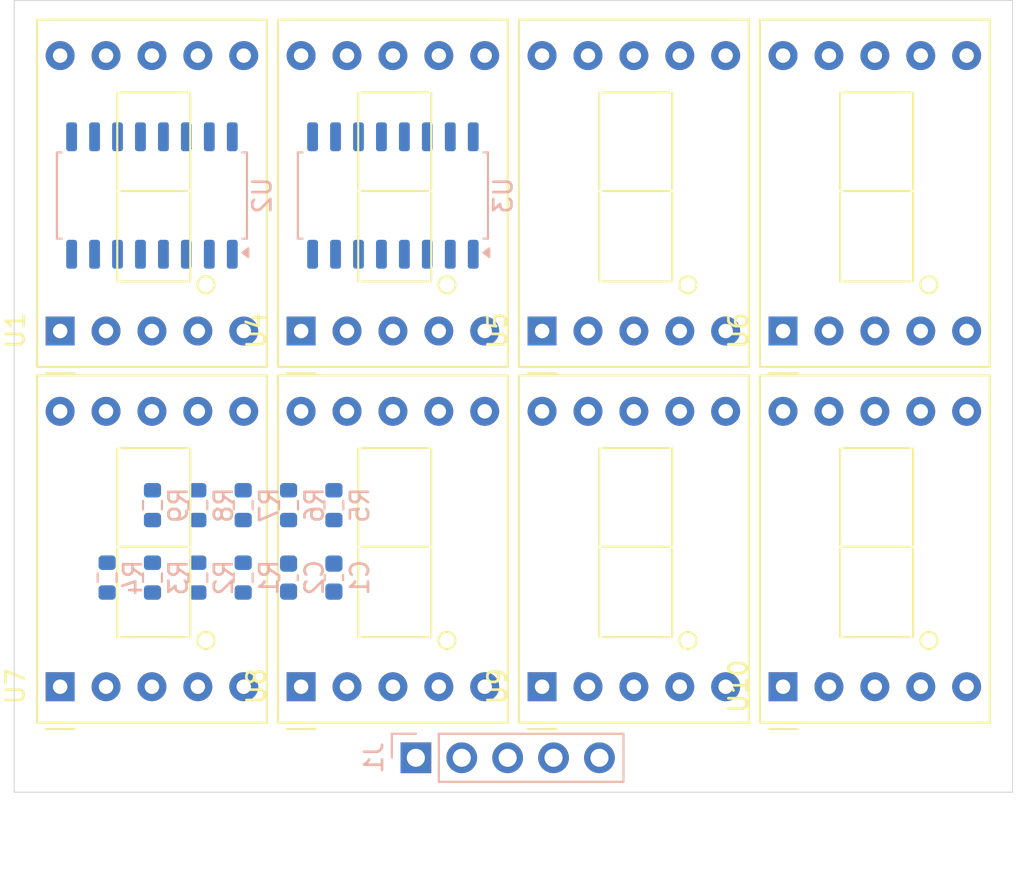
<source format=kicad_pcb>
(kicad_pcb (version 20240108) (generator "pcbnew") (generator_version "8.0")
  (layers (0 "F.Cu" signal) (31 "B.Cu" signal) (34 "B.Paste" user) (35 "F.Paste" user) (36 "B.SilkS" user "B.Silkscreen") (37 "F.SilkS" user "F.Silkscreen") (38 "B.Mask" user) (39 "F.Mask" user) (44 "Edge.Cuts" user))
  (net 0 "")
  (net 1 "C0")
  (net 2 "SER")
  (net 3 "GND")
  (net 4 "VCC")
  (net 5 "A")
  (net 6 "Net-(U2-QA)")
  (net 7 "Net-(U2-QB)")
  (net 8 "B")
  (net 9 "C")
  (net 10 "Net-(U2-QC)")
  (net 11 "D")
  (net 12 "Net-(U2-QD)")
  (net 13 "Net-(U2-QE)")
  (net 14 "E")
  (net 15 "F")
  (net 16 "Net-(U2-QF)")
  (net 17 "G")
  (net 18 "Net-(U2-QG)")
  (net 19 "DP")
  (net 20 "Net-(U2-QH)")
  (net 21 "SRCLK")
  (net 22 "C1")
  (net 23 "C2")
  (net 24 "C3")
  (net 25 "C4")
  (net 26 "C5")
  (net 27 "C6")
  (net 28 "C7")
  (net 29 "OE#")
  (net 30 "RCLK")
  (net 31 "Net-(U2-QH')")
  (footprint "Display_7Segment:D1X8K" (layer "F.Cu") (at 87.935 117.6575 90)
    (property "Reference" "U8" (at 0.03 -2.48 90) (layer "F.SilkS"))
    (property "Value" "D168K")
    (fp_line (start 17.23 -1.28) (end -1.99 -1.28) (stroke (width 0.12)) (layer "F.SilkS"))
    (fp_line (start 17.23 -1.28) (end 17.23 11.44) (stroke (width 0.12)) (layer "F.SilkS"))
    (fp_line (start -1.99 -1.28) (end -1.99 11.44) (stroke (width 0.12)) (layer "F.SilkS"))
    (fp_line (start -2.34 -0.8) (end -2.34 0.81) (stroke (width 0.12)) (layer "F.SilkS"))
    (fp_line (start 13.1832 3.1594) (end 7.8238 3.1594) (stroke (width 0.12)) (layer "F.SilkS"))
    (fp_line (start 7.646 3.1594) (end 2.7438 3.1594) (stroke (width 0.12)) (layer "F.SilkS"))
    (fp_line (start 13.2086 3.3372) (end 13.2086 7.0202) (stroke (width 0.12)) (layer "F.SilkS"))
    (fp_line (start 7.7476 3.3372) (end 7.7476 7.0202) (stroke (width 0.12)) (layer "F.SilkS"))
    (fp_line (start 2.7438 3.3372) (end 2.7438 7.0202) (stroke (width 0.12)) (layer "F.SilkS"))
    (fp_line (start 13.1832 7.198) (end 7.8238 7.198) (stroke (width 0.12)) (layer "F.SilkS"))
    (fp_line (start 7.646 7.198) (end 2.7438 7.198) (stroke (width 0.12)) (layer "F.SilkS"))
    (fp_line (start 17.23 11.44) (end -1.99 11.44) (stroke (width 0.12)) (layer "F.SilkS"))
    (fp_circle (center 2.557533 8.07) (end 2.836933 7.689) (stroke (width 0.12)) (fill none) (layer "F.SilkS"))
    (pad "1" thru_hole rect (at 0 0) (size 1.6 1.6) (drill 0.8) (layers "*.Cu" "*.Mask") (net 14 "E"))
    (pad "2" thru_hole circle (at 0 2.54) (size 1.6 1.6) (drill 0.8) (layers "*.Cu" "*.Mask") (net 11 "D"))
    (pad "3" thru_hole circle (at 0 5.08) (size 1.6 1.6) (drill 0.8) (layers "*.Cu" "*.Mask") (net 26 "C5"))
    (pad "4" thru_hole circle (at 0 7.62) (size 1.6 1.6) (drill 0.8) (layers "*.Cu" "*.Mask") (net 9 "C"))
    (pad "5" thru_hole circle (at 0 10.16) (size 1.6 1.6) (drill 0.8) (layers "*.Cu" "*.Mask") (net 19 "DP"))
    (pad "6" thru_hole circle (at 15.24 10.16) (size 1.6 1.6) (drill 0.8) (layers "*.Cu" "*.Mask") (net 8 "B"))
    (pad "7" thru_hole circle (at 15.24 7.62) (size 1.6 1.6) (drill 0.8) (layers "*.Cu" "*.Mask") (net 5 "A"))
    (pad "8" thru_hole circle (at 15.24 5.08) (size 1.6 1.6) (drill 0.8) (layers "*.Cu" "*.Mask") (net 26 "C5"))
    (pad "9" thru_hole circle (at 15.24 2.54) (size 1.6 1.6) (drill 0.8) (layers "*.Cu" "*.Mask") (net 15 "F"))
    (pad "10" thru_hole circle (at 15.24 0) (size 1.6 1.6) (drill 0.8) (layers "*.Cu" "*.Mask") (net 17 "G"))
  )
  (footprint "Display_7Segment:D1X8K" (layer "F.Cu") (at 114.605 97.9725 90)
    (property "Reference" "U6" (at 0.03 -2.48 90) (layer "F.SilkS"))
    (property "Value" "D168K")
    (fp_line (start 17.23 -1.28) (end -1.99 -1.28) (stroke (width 0.12)) (layer "F.SilkS"))
    (fp_line (start 17.23 -1.28) (end 17.23 11.44) (stroke (width 0.12)) (layer "F.SilkS"))
    (fp_line (start -1.99 -1.28) (end -1.99 11.44) (stroke (width 0.12)) (layer "F.SilkS"))
    (fp_line (start -2.34 -0.8) (end -2.34 0.81) (stroke (width 0.12)) (layer "F.SilkS"))
    (fp_line (start 13.1832 3.1594) (end 7.8238 3.1594) (stroke (width 0.12)) (layer "F.SilkS"))
    (fp_line (start 7.646 3.1594) (end 2.7438 3.1594) (stroke (width 0.12)) (layer "F.SilkS"))
    (fp_line (start 13.2086 3.3372) (end 13.2086 7.0202) (stroke (width 0.12)) (layer "F.SilkS"))
    (fp_line (start 7.7476 3.3372) (end 7.7476 7.0202) (stroke (width 0.12)) (layer "F.SilkS"))
    (fp_line (start 2.7438 3.3372) (end 2.7438 7.0202) (stroke (width 0.12)) (layer "F.SilkS"))
    (fp_line (start 13.1832 7.198) (end 7.8238 7.198) (stroke (width 0.12)) (layer "F.SilkS"))
    (fp_line (start 7.646 7.198) (end 2.7438 7.198) (stroke (width 0.12)) (layer "F.SilkS"))
    (fp_line (start 17.23 11.44) (end -1.99 11.44) (stroke (width 0.12)) (layer "F.SilkS"))
    (fp_circle (center 2.557533 8.07) (end 2.836933 7.689) (stroke (width 0.12)) (fill none) (layer "F.SilkS"))
    (pad "1" thru_hole rect (at 0 0) (size 1.6 1.6) (drill 0.8) (layers "*.Cu" "*.Mask") (net 14 "E"))
    (pad "2" thru_hole circle (at 0 2.54) (size 1.6 1.6) (drill 0.8) (layers "*.Cu" "*.Mask") (net 11 "D"))
    (pad "3" thru_hole circle (at 0 5.08) (size 1.6 1.6) (drill 0.8) (layers "*.Cu" "*.Mask") (net 24 "C3"))
    (pad "4" thru_hole circle (at 0 7.62) (size 1.6 1.6) (drill 0.8) (layers "*.Cu" "*.Mask") (net 9 "C"))
    (pad "5" thru_hole circle (at 0 10.16) (size 1.6 1.6) (drill 0.8) (layers "*.Cu" "*.Mask") (net 19 "DP"))
    (pad "6" thru_hole circle (at 15.24 10.16) (size 1.6 1.6) (drill 0.8) (layers "*.Cu" "*.Mask") (net 8 "B"))
    (pad "7" thru_hole circle (at 15.24 7.62) (size 1.6 1.6) (drill 0.8) (layers "*.Cu" "*.Mask") (net 5 "A"))
    (pad "8" thru_hole circle (at 15.24 5.08) (size 1.6 1.6) (drill 0.8) (layers "*.Cu" "*.Mask") (net 24 "C3"))
    (pad "9" thru_hole circle (at 15.24 2.54) (size 1.6 1.6) (drill 0.8) (layers "*.Cu" "*.Mask") (net 15 "F"))
    (pad "10" thru_hole circle (at 15.24 0) (size 1.6 1.6) (drill 0.8) (layers "*.Cu" "*.Mask") (net 17 "G"))
  )
  (footprint "Display_7Segment:D1X8K" (layer "F.Cu") (at 74.6 117.6575 90)
    (property "Reference" "U7" (at 0.03 -2.48 90) (layer "F.SilkS"))
    (property "Value" "D168K")
    (fp_line (start 17.23 -1.28) (end -1.99 -1.28) (stroke (width 0.12)) (layer "F.SilkS"))
    (fp_line (start 17.23 -1.28) (end 17.23 11.44) (stroke (width 0.12)) (layer "F.SilkS"))
    (fp_line (start -1.99 -1.28) (end -1.99 11.44) (stroke (width 0.12)) (layer "F.SilkS"))
    (fp_line (start -2.34 -0.8) (end -2.34 0.81) (stroke (width 0.12)) (layer "F.SilkS"))
    (fp_line (start 13.1832 3.1594) (end 7.8238 3.1594) (stroke (width 0.12)) (layer "F.SilkS"))
    (fp_line (start 7.646 3.1594) (end 2.7438 3.1594) (stroke (width 0.12)) (layer "F.SilkS"))
    (fp_line (start 13.2086 3.3372) (end 13.2086 7.0202) (stroke (width 0.12)) (layer "F.SilkS"))
    (fp_line (start 7.7476 3.3372) (end 7.7476 7.0202) (stroke (width 0.12)) (layer "F.SilkS"))
    (fp_line (start 2.7438 3.3372) (end 2.7438 7.0202) (stroke (width 0.12)) (layer "F.SilkS"))
    (fp_line (start 13.1832 7.198) (end 7.8238 7.198) (stroke (width 0.12)) (layer "F.SilkS"))
    (fp_line (start 7.646 7.198) (end 2.7438 7.198) (stroke (width 0.12)) (layer "F.SilkS"))
    (fp_line (start 17.23 11.44) (end -1.99 11.44) (stroke (width 0.12)) (layer "F.SilkS"))
    (fp_circle (center 2.557533 8.07) (end 2.836933 7.689) (stroke (width 0.12)) (fill none) (layer "F.SilkS"))
    (pad "1" thru_hole rect (at 0 0) (size 1.6 1.6) (drill 0.8) (layers "*.Cu" "*.Mask") (net 14 "E"))
    (pad "2" thru_hole circle (at 0 2.54) (size 1.6 1.6) (drill 0.8) (layers "*.Cu" "*.Mask") (net 11 "D"))
    (pad "3" thru_hole circle (at 0 5.08) (size 1.6 1.6) (drill 0.8) (layers "*.Cu" "*.Mask") (net 25 "C4"))
    (pad "4" thru_hole circle (at 0 7.62) (size 1.6 1.6) (drill 0.8) (layers "*.Cu" "*.Mask") (net 9 "C"))
    (pad "5" thru_hole circle (at 0 10.16) (size 1.6 1.6) (drill 0.8) (layers "*.Cu" "*.Mask") (net 19 "DP"))
    (pad "6" thru_hole circle (at 15.24 10.16) (size 1.6 1.6) (drill 0.8) (layers "*.Cu" "*.Mask") (net 8 "B"))
    (pad "7" thru_hole circle (at 15.24 7.62) (size 1.6 1.6) (drill 0.8) (layers "*.Cu" "*.Mask") (net 5 "A"))
    (pad "8" thru_hole circle (at 15.24 5.08) (size 1.6 1.6) (drill 0.8) (layers "*.Cu" "*.Mask") (net 25 "C4"))
    (pad "9" thru_hole circle (at 15.24 2.54) (size 1.6 1.6) (drill 0.8) (layers "*.Cu" "*.Mask") (net 15 "F"))
    (pad "10" thru_hole circle (at 15.24 0) (size 1.6 1.6) (drill 0.8) (layers "*.Cu" "*.Mask") (net 17 "G"))
  )
  (footprint "Display_7Segment:D1X8K" (layer "F.Cu") (at 87.935 97.9725 90)
    (property "Reference" "U4" (at 0.03 -2.48 90) (layer "F.SilkS"))
    (property "Value" "D168K")
    (fp_line (start 17.23 -1.28) (end -1.99 -1.28) (stroke (width 0.12)) (layer "F.SilkS"))
    (fp_line (start 17.23 -1.28) (end 17.23 11.44) (stroke (width 0.12)) (layer "F.SilkS"))
    (fp_line (start -1.99 -1.28) (end -1.99 11.44) (stroke (width 0.12)) (layer "F.SilkS"))
    (fp_line (start -2.34 -0.8) (end -2.34 0.81) (stroke (width 0.12)) (layer "F.SilkS"))
    (fp_line (start 13.1832 3.1594) (end 7.8238 3.1594) (stroke (width 0.12)) (layer "F.SilkS"))
    (fp_line (start 7.646 3.1594) (end 2.7438 3.1594) (stroke (width 0.12)) (layer "F.SilkS"))
    (fp_line (start 13.2086 3.3372) (end 13.2086 7.0202) (stroke (width 0.12)) (layer "F.SilkS"))
    (fp_line (start 7.7476 3.3372) (end 7.7476 7.0202) (stroke (width 0.12)) (layer "F.SilkS"))
    (fp_line (start 2.7438 3.3372) (end 2.7438 7.0202) (stroke (width 0.12)) (layer "F.SilkS"))
    (fp_line (start 13.1832 7.198) (end 7.8238 7.198) (stroke (width 0.12)) (layer "F.SilkS"))
    (fp_line (start 7.646 7.198) (end 2.7438 7.198) (stroke (width 0.12)) (layer "F.SilkS"))
    (fp_line (start 17.23 11.44) (end -1.99 11.44) (stroke (width 0.12)) (layer "F.SilkS"))
    (fp_circle (center 2.557533 8.07) (end 2.836933 7.689) (stroke (width 0.12)) (fill none) (layer "F.SilkS"))
    (pad "1" thru_hole rect (at 0 0) (size 1.6 1.6) (drill 0.8) (layers "*.Cu" "*.Mask") (net 14 "E"))
    (pad "2" thru_hole circle (at 0 2.54) (size 1.6 1.6) (drill 0.8) (layers "*.Cu" "*.Mask") (net 11 "D"))
    (pad "3" thru_hole circle (at 0 5.08) (size 1.6 1.6) (drill 0.8) (layers "*.Cu" "*.Mask") (net 22 "C1"))
    (pad "4" thru_hole circle (at 0 7.62) (size 1.6 1.6) (drill 0.8) (layers "*.Cu" "*.Mask") (net 9 "C"))
    (pad "5" thru_hole circle (at 0 10.16) (size 1.6 1.6) (drill 0.8) (layers "*.Cu" "*.Mask") (net 19 "DP"))
    (pad "6" thru_hole circle (at 15.24 10.16) (size 1.6 1.6) (drill 0.8) (layers "*.Cu" "*.Mask") (net 8 "B"))
    (pad "7" thru_hole circle (at 15.24 7.62) (size 1.6 1.6) (drill 0.8) (layers "*.Cu" "*.Mask") (net 5 "A"))
    (pad "8" thru_hole circle (at 15.24 5.08) (size 1.6 1.6) (drill 0.8) (layers "*.Cu" "*.Mask") (net 22 "C1"))
    (pad "9" thru_hole circle (at 15.24 2.54) (size 1.6 1.6) (drill 0.8) (layers "*.Cu" "*.Mask") (net 15 "F"))
    (pad "10" thru_hole circle (at 15.24 0) (size 1.6 1.6) (drill 0.8) (layers "*.Cu" "*.Mask") (net 17 "G"))
  )
  (footprint "Display_7Segment:D1X8K" (layer "F.Cu") (at 114.605 117.6575 90)
    (property "Reference" "U10" (at 0.03 -2.48 90) (layer "F.SilkS"))
    (property "Value" "D168K")
    (fp_line (start 17.23 -1.28) (end -1.99 -1.28) (stroke (width 0.12)) (layer "F.SilkS"))
    (fp_line (start 17.23 -1.28) (end 17.23 11.44) (stroke (width 0.12)) (layer "F.SilkS"))
    (fp_line (start -1.99 -1.28) (end -1.99 11.44) (stroke (width 0.12)) (layer "F.SilkS"))
    (fp_line (start -2.34 -0.8) (end -2.34 0.81) (stroke (width 0.12)) (layer "F.SilkS"))
    (fp_line (start 13.1832 3.1594) (end 7.8238 3.1594) (stroke (width 0.12)) (layer "F.SilkS"))
    (fp_line (start 7.646 3.1594) (end 2.7438 3.1594) (stroke (width 0.12)) (layer "F.SilkS"))
    (fp_line (start 13.2086 3.3372) (end 13.2086 7.0202) (stroke (width 0.12)) (layer "F.SilkS"))
    (fp_line (start 7.7476 3.3372) (end 7.7476 7.0202) (stroke (width 0.12)) (layer "F.SilkS"))
    (fp_line (start 2.7438 3.3372) (end 2.7438 7.0202) (stroke (width 0.12)) (layer "F.SilkS"))
    (fp_line (start 13.1832 7.198) (end 7.8238 7.198) (stroke (width 0.12)) (layer "F.SilkS"))
    (fp_line (start 7.646 7.198) (end 2.7438 7.198) (stroke (width 0.12)) (layer "F.SilkS"))
    (fp_line (start 17.23 11.44) (end -1.99 11.44) (stroke (width 0.12)) (layer "F.SilkS"))
    (fp_circle (center 2.557533 8.07) (end 2.836933 7.689) (stroke (width 0.12)) (fill none) (layer "F.SilkS"))
    (pad "1" thru_hole rect (at 0 0) (size 1.6 1.6) (drill 0.8) (layers "*.Cu" "*.Mask") (net 14 "E"))
    (pad "2" thru_hole circle (at 0 2.54) (size 1.6 1.6) (drill 0.8) (layers "*.Cu" "*.Mask") (net 11 "D"))
    (pad "3" thru_hole circle (at 0 5.08) (size 1.6 1.6) (drill 0.8) (layers "*.Cu" "*.Mask") (net 28 "C7"))
    (pad "4" thru_hole circle (at 0 7.62) (size 1.6 1.6) (drill 0.8) (layers "*.Cu" "*.Mask") (net 9 "C"))
    (pad "5" thru_hole circle (at 0 10.16) (size 1.6 1.6) (drill 0.8) (layers "*.Cu" "*.Mask") (net 19 "DP"))
    (pad "6" thru_hole circle (at 15.24 10.16) (size 1.6 1.6) (drill 0.8) (layers "*.Cu" "*.Mask") (net 8 "B"))
    (pad "7" thru_hole circle (at 15.24 7.62) (size 1.6 1.6) (drill 0.8) (layers "*.Cu" "*.Mask") (net 5 "A"))
    (pad "8" thru_hole circle (at 15.24 5.08) (size 1.6 1.6) (drill 0.8) (layers "*.Cu" "*.Mask") (net 28 "C7"))
    (pad "9" thru_hole circle (at 15.24 2.54) (size 1.6 1.6) (drill 0.8) (layers "*.Cu" "*.Mask") (net 15 "F"))
    (pad "10" thru_hole circle (at 15.24 0) (size 1.6 1.6) (drill 0.8) (layers "*.Cu" "*.Mask") (net 17 "G"))
  )
  (footprint "Display_7Segment:D1X8K" (layer "F.Cu") (at 101.27 117.6575 90)
    (property "Reference" "U9" (at 0.03 -2.48 90) (layer "F.SilkS"))
    (property "Value" "D168K")
    (fp_line (start 17.23 -1.28) (end -1.99 -1.28) (stroke (width 0.12)) (layer "F.SilkS"))
    (fp_line (start 17.23 -1.28) (end 17.23 11.44) (stroke (width 0.12)) (layer "F.SilkS"))
    (fp_line (start -1.99 -1.28) (end -1.99 11.44) (stroke (width 0.12)) (layer "F.SilkS"))
    (fp_line (start -2.34 -0.8) (end -2.34 0.81) (stroke (width 0.12)) (layer "F.SilkS"))
    (fp_line (start 13.1832 3.1594) (end 7.8238 3.1594) (stroke (width 0.12)) (layer "F.SilkS"))
    (fp_line (start 7.646 3.1594) (end 2.7438 3.1594) (stroke (width 0.12)) (layer "F.SilkS"))
    (fp_line (start 13.2086 3.3372) (end 13.2086 7.0202) (stroke (width 0.12)) (layer "F.SilkS"))
    (fp_line (start 7.7476 3.3372) (end 7.7476 7.0202) (stroke (width 0.12)) (layer "F.SilkS"))
    (fp_line (start 2.7438 3.3372) (end 2.7438 7.0202) (stroke (width 0.12)) (layer "F.SilkS"))
    (fp_line (start 13.1832 7.198) (end 7.8238 7.198) (stroke (width 0.12)) (layer "F.SilkS"))
    (fp_line (start 7.646 7.198) (end 2.7438 7.198) (stroke (width 0.12)) (layer "F.SilkS"))
    (fp_line (start 17.23 11.44) (end -1.99 11.44) (stroke (width 0.12)) (layer "F.SilkS"))
    (fp_circle (center 2.557533 8.07) (end 2.836933 7.689) (stroke (width 0.12)) (fill none) (layer "F.SilkS"))
    (pad "1" thru_hole rect (at 0 0) (size 1.6 1.6) (drill 0.8) (layers "*.Cu" "*.Mask") (net 14 "E"))
    (pad "2" thru_hole circle (at 0 2.54) (size 1.6 1.6) (drill 0.8) (layers "*.Cu" "*.Mask") (net 11 "D"))
    (pad "3" thru_hole circle (at 0 5.08) (size 1.6 1.6) (drill 0.8) (layers "*.Cu" "*.Mask") (net 27 "C6"))
    (pad "4" thru_hole circle (at 0 7.62) (size 1.6 1.6) (drill 0.8) (layers "*.Cu" "*.Mask") (net 9 "C"))
    (pad "5" thru_hole circle (at 0 10.16) (size 1.6 1.6) (drill 0.8) (layers "*.Cu" "*.Mask") (net 19 "DP"))
    (pad "6" thru_hole circle (at 15.24 10.16) (size 1.6 1.6) (drill 0.8) (layers "*.Cu" "*.Mask") (net 8 "B"))
    (pad "7" thru_hole circle (at 15.24 7.62) (size 1.6 1.6) (drill 0.8) (layers "*.Cu" "*.Mask") (net 5 "A"))
    (pad "8" thru_hole circle (at 15.24 5.08) (size 1.6 1.6) (drill 0.8) (layers "*.Cu" "*.Mask") (net 27 "C6"))
    (pad "9" thru_hole circle (at 15.24 2.54) (size 1.6 1.6) (drill 0.8) (layers "*.Cu" "*.Mask") (net 15 "F"))
    (pad "10" thru_hole circle (at 15.24 0) (size 1.6 1.6) (drill 0.8) (layers "*.Cu" "*.Mask") (net 17 "G"))
  )
  (footprint "Display_7Segment:D1X8K" (layer "F.Cu") (at 101.27 97.9725 90)
    (property "Reference" "U5" (at 0.03 -2.48 90) (layer "F.SilkS"))
    (property "Value" "D168K")
    (fp_line (start 17.23 -1.28) (end -1.99 -1.28) (stroke (width 0.12)) (layer "F.SilkS"))
    (fp_line (start 17.23 -1.28) (end 17.23 11.44) (stroke (width 0.12)) (layer "F.SilkS"))
    (fp_line (start -1.99 -1.28) (end -1.99 11.44) (stroke (width 0.12)) (layer "F.SilkS"))
    (fp_line (start -2.34 -0.8) (end -2.34 0.81) (stroke (width 0.12)) (layer "F.SilkS"))
    (fp_line (start 13.1832 3.1594) (end 7.8238 3.1594) (stroke (width 0.12)) (layer "F.SilkS"))
    (fp_line (start 7.646 3.1594) (end 2.7438 3.1594) (stroke (width 0.12)) (layer "F.SilkS"))
    (fp_line (start 13.2086 3.3372) (end 13.2086 7.0202) (stroke (width 0.12)) (layer "F.SilkS"))
    (fp_line (start 7.7476 3.3372) (end 7.7476 7.0202) (stroke (width 0.12)) (layer "F.SilkS"))
    (fp_line (start 2.7438 3.3372) (end 2.7438 7.0202) (stroke (width 0.12)) (layer "F.SilkS"))
    (fp_line (start 13.1832 7.198) (end 7.8238 7.198) (stroke (width 0.12)) (layer "F.SilkS"))
    (fp_line (start 7.646 7.198) (end 2.7438 7.198) (stroke (width 0.12)) (layer "F.SilkS"))
    (fp_line (start 17.23 11.44) (end -1.99 11.44) (stroke (width 0.12)) (layer "F.SilkS"))
    (fp_circle (center 2.557533 8.07) (end 2.836933 7.689) (stroke (width 0.12)) (fill none) (layer "F.SilkS"))
    (pad "1" thru_hole rect (at 0 0) (size 1.6 1.6) (drill 0.8) (layers "*.Cu" "*.Mask") (net 14 "E"))
    (pad "2" thru_hole circle (at 0 2.54) (size 1.6 1.6) (drill 0.8) (layers "*.Cu" "*.Mask") (net 11 "D"))
    (pad "3" thru_hole circle (at 0 5.08) (size 1.6 1.6) (drill 0.8) (layers "*.Cu" "*.Mask") (net 23 "C2"))
    (pad "4" thru_hole circle (at 0 7.62) (size 1.6 1.6) (drill 0.8) (layers "*.Cu" "*.Mask") (net 9 "C"))
    (pad "5" thru_hole circle (at 0 10.16) (size 1.6 1.6) (drill 0.8) (layers "*.Cu" "*.Mask") (net 19 "DP"))
    (pad "6" thru_hole circle (at 15.24 10.16) (size 1.6 1.6) (drill 0.8) (layers "*.Cu" "*.Mask") (net 8 "B"))
    (pad "7" thru_hole circle (at 15.24 7.62) (size 1.6 1.6) (drill 0.8) (layers "*.Cu" "*.Mask") (net 5 "A"))
    (pad "8" thru_hole circle (at 15.24 5.08) (size 1.6 1.6) (drill 0.8) (layers "*.Cu" "*.Mask") (net 23 "C2"))
    (pad "9" thru_hole circle (at 15.24 2.54) (size 1.6 1.6) (drill 0.8) (layers "*.Cu" "*.Mask") (net 15 "F"))
    (pad "10" thru_hole circle (at 15.24 0) (size 1.6 1.6) (drill 0.8) (layers "*.Cu" "*.Mask") (net 17 "G"))
  )
  (footprint "Display_7Segment:D1X8K" (layer "F.Cu") (at 74.6 97.9725 90)
    (property "Reference" "U1" (at 0.03 -2.48 90) (layer "F.SilkS"))
    (property "Value" "D168K")
    (fp_line (start 17.23 -1.28) (end -1.99 -1.28) (stroke (width 0.12)) (layer "F.SilkS"))
    (fp_line (start 17.23 -1.28) (end 17.23 11.44) (stroke (width 0.12)) (layer "F.SilkS"))
    (fp_line (start -1.99 -1.28) (end -1.99 11.44) (stroke (width 0.12)) (layer "F.SilkS"))
    (fp_line (start -2.34 -0.8) (end -2.34 0.81) (stroke (width 0.12)) (layer "F.SilkS"))
    (fp_line (start 13.1832 3.1594) (end 7.8238 3.1594) (stroke (width 0.12)) (layer "F.SilkS"))
    (fp_line (start 7.646 3.1594) (end 2.7438 3.1594) (stroke (width 0.12)) (layer "F.SilkS"))
    (fp_line (start 13.2086 3.3372) (end 13.2086 7.0202) (stroke (width 0.12)) (layer "F.SilkS"))
    (fp_line (start 7.7476 3.3372) (end 7.7476 7.0202) (stroke (width 0.12)) (layer "F.SilkS"))
    (fp_line (start 2.7438 3.3372) (end 2.7438 7.0202) (stroke (width 0.12)) (layer "F.SilkS"))
    (fp_line (start 13.1832 7.198) (end 7.8238 7.198) (stroke (width 0.12)) (layer "F.SilkS"))
    (fp_line (start 7.646 7.198) (end 2.7438 7.198) (stroke (width 0.12)) (layer "F.SilkS"))
    (fp_line (start 17.23 11.44) (end -1.99 11.44) (stroke (width 0.12)) (layer "F.SilkS"))
    (fp_circle (center 2.557533 8.07) (end 2.836933 7.689) (stroke (width 0.12)) (fill none) (layer "F.SilkS"))
    (pad "1" thru_hole rect (at 0 0) (size 1.6 1.6) (drill 0.8) (layers "*.Cu" "*.Mask") (net 14 "E"))
    (pad "2" thru_hole circle (at 0 2.54) (size 1.6 1.6) (drill 0.8) (layers "*.Cu" "*.Mask") (net 11 "D"))
    (pad "3" thru_hole circle (at 0 5.08) (size 1.6 1.6) (drill 0.8) (layers "*.Cu" "*.Mask") (net 1 "C0"))
    (pad "4" thru_hole circle (at 0 7.62) (size 1.6 1.6) (drill 0.8) (layers "*.Cu" "*.Mask") (net 9 "C"))
    (pad "5" thru_hole circle (at 0 10.16) (size 1.6 1.6) (drill 0.8) (layers "*.Cu" "*.Mask") (net 19 "DP"))
    (pad "6" thru_hole circle (at 15.24 10.16) (size 1.6 1.6) (drill 0.8) (layers "*.Cu" "*.Mask") (net 8 "B"))
    (pad "7" thru_hole circle (at 15.24 7.62) (size 1.6 1.6) (drill 0.8) (layers "*.Cu" "*.Mask") (net 5 "A"))
    (pad "8" thru_hole circle (at 15.24 5.08) (size 1.6 1.6) (drill 0.8) (layers "*.Cu" "*.Mask") (net 1 "C0"))
    (pad "9" thru_hole circle (at 15.24 2.54) (size 1.6 1.6) (drill 0.8) (layers "*.Cu" "*.Mask") (net 15 "F"))
    (pad "10" thru_hole circle (at 15.24 0) (size 1.6 1.6) (drill 0.8) (layers "*.Cu" "*.Mask") (net 17 "G"))
  )
  (footprint "Resistor_SMD:R_0603_1608Metric" (layer "B.Cu") (at 84.73 111.62 90)
    (property "Reference" "R1" (at 0 1.43 90) (layer "B.SilkS") (effects (justify mirror)))
    (property "Value" "1k")
    (fp_line (start 0.237258 -0.5225) (end -0.237258 -0.5225) (stroke (width 0.12)) (layer "B.SilkS"))
    (fp_line (start 0.237258 0.5225) (end -0.237258 0.5225) (stroke (width 0.12)) (layer "B.SilkS"))
    (pad "1" smd roundrect (at -0.825 0 90) (size 0.8 0.95) (layers "B.Cu" "B.Paste" "B.Mask") (net 6 "Net-(U2-QA)"))
    (pad "2" smd roundrect (at 0.825 0 90) (size 0.8 0.95) (layers "B.Cu" "B.Paste" "B.Mask") (net 5 "A"))
  )
  (footprint "Resistor_SMD:R_0603_1608Metric" (layer "B.Cu") (at 77.2 111.62 90)
    (property "Reference" "R4" (at 0 1.43 90) (layer "B.SilkS") (effects (justify mirror)))
    (property "Value" "1k")
    (fp_line (start 0.237258 -0.5225) (end -0.237258 -0.5225) (stroke (width 0.12)) (layer "B.SilkS"))
    (fp_line (start 0.237258 0.5225) (end -0.237258 0.5225) (stroke (width 0.12)) (layer "B.SilkS"))
    (pad "1" smd roundrect (at -0.825 0 90) (size 0.8 0.95) (layers "B.Cu" "B.Paste" "B.Mask") (net 12 "Net-(U2-QD)"))
    (pad "2" smd roundrect (at 0.825 0 90) (size 0.8 0.95) (layers "B.Cu" "B.Paste" "B.Mask") (net 11 "D"))
  )
  (footprint "Connector_PinHeader_2.54mm:PinHeader_1x05_P2.54mm_Vertical" (layer "B.Cu") (at 94.285 121.59 -90)
    (property "Reference" "J1" (at 0 2.33 90) (layer "B.SilkS") (effects (justify mirror)))
    (property "Value" "Conn_01x05_Pin")
    (fp_line (start -1.33 1.33) (end -1.33 0) (stroke (width 0.12)) (layer "B.SilkS"))
    (fp_line (start 0 1.33) (end -1.33 1.33) (stroke (width 0.12)) (layer "B.SilkS"))
    (fp_line (start 1.33 -1.27) (end -1.33 -1.27) (stroke (width 0.12)) (layer "B.SilkS"))
    (fp_line (start -1.33 -11.49) (end -1.33 -1.27) (stroke (width 0.12)) (layer "B.SilkS"))
    (fp_line (start 1.33 -11.49) (end 1.33 -1.27) (stroke (width 0.12)) (layer "B.SilkS"))
    (fp_line (start 1.33 -11.49) (end -1.33 -11.49) (stroke (width 0.12)) (layer "B.SilkS"))
    (pad "1" thru_hole rect (at 0 0 270) (size 1.7 1.7) (drill 1) (layers "*.Cu" "*.Mask") (net 4 "VCC"))
    (pad "2" thru_hole oval (at 0 -2.54 270) (size 1.7 1.7) (drill 1) (layers "*.Cu" "*.Mask") (net 21 "SRCLK"))
    (pad "3" thru_hole oval (at 0 -5.08 270) (size 1.7 1.7) (drill 1) (layers "*.Cu" "*.Mask") (net 30 "RCLK"))
    (pad "4" thru_hole oval (at 0 -7.62 270) (size 1.7 1.7) (drill 1) (layers "*.Cu" "*.Mask") (net 29 "OE#"))
    (pad "5" thru_hole oval (at 0 -10.16 270) (size 1.7 1.7) (drill 1) (layers "*.Cu" "*.Mask") (net 3 "GND"))
  )
  (footprint "Resistor_SMD:R_0603_1608Metric" (layer "B.Cu") (at 82.22 111.62 90)
    (property "Reference" "R2" (at 0 1.43 90) (layer "B.SilkS") (effects (justify mirror)))
    (property "Value" "1k")
    (fp_line (start 0.237258 -0.5225) (end -0.237258 -0.5225) (stroke (width 0.12)) (layer "B.SilkS"))
    (fp_line (start 0.237258 0.5225) (end -0.237258 0.5225) (stroke (width 0.12)) (layer "B.SilkS"))
    (pad "1" smd roundrect (at -0.825 0 90) (size 0.8 0.95) (layers "B.Cu" "B.Paste" "B.Mask") (net 7 "Net-(U2-QB)"))
    (pad "2" smd roundrect (at 0.825 0 90) (size 0.8 0.95) (layers "B.Cu" "B.Paste" "B.Mask") (net 8 "B"))
  )
  (footprint "Resistor_SMD:R_0603_1608Metric" (layer "B.Cu") (at 82.22 107.61 90)
    (property "Reference" "R8" (at 0 1.43 90) (layer "B.SilkS") (effects (justify mirror)))
    (property "Value" "1k")
    (fp_line (start 0.237258 -0.5225) (end -0.237258 -0.5225) (stroke (width 0.12)) (layer "B.SilkS"))
    (fp_line (start 0.237258 0.5225) (end -0.237258 0.5225) (stroke (width 0.12)) (layer "B.SilkS"))
    (pad "1" smd roundrect (at -0.825 0 90) (size 0.8 0.95) (layers "B.Cu" "B.Paste" "B.Mask") (net 20 "Net-(U2-QH)"))
    (pad "2" smd roundrect (at 0.825 0 90) (size 0.8 0.95) (layers "B.Cu" "B.Paste" "B.Mask") (net 19 "DP"))
  )
  (footprint "Resistor_SMD:R_0603_1608Metric" (layer "B.Cu") (at 84.73 107.61 90)
    (property "Reference" "R7" (at 0 1.43 90) (layer "B.SilkS") (effects (justify mirror)))
    (property "Value" "1k")
    (fp_line (start 0.237258 -0.5225) (end -0.237258 -0.5225) (stroke (width 0.12)) (layer "B.SilkS"))
    (fp_line (start 0.237258 0.5225) (end -0.237258 0.5225) (stroke (width 0.12)) (layer "B.SilkS"))
    (pad "1" smd roundrect (at -0.825 0 90) (size 0.8 0.95) (layers "B.Cu" "B.Paste" "B.Mask") (net 18 "Net-(U2-QG)"))
    (pad "2" smd roundrect (at 0.825 0 90) (size 0.8 0.95) (layers "B.Cu" "B.Paste" "B.Mask") (net 17 "G"))
  )
  (footprint "Resistor_SMD:R_0603_1608Metric" (layer "B.Cu") (at 89.75 107.61 90)
    (property "Reference" "R5" (at 0 1.43 90) (layer "B.SilkS") (effects (justify mirror)))
    (property "Value" "1k")
    (fp_line (start 0.237258 -0.5225) (end -0.237258 -0.5225) (stroke (width 0.12)) (layer "B.SilkS"))
    (fp_line (start 0.237258 0.5225) (end -0.237258 0.5225) (stroke (width 0.12)) (layer "B.SilkS"))
    (pad "1" smd roundrect (at -0.825 0 90) (size 0.8 0.95) (layers "B.Cu" "B.Paste" "B.Mask") (net 13 "Net-(U2-QE)"))
    (pad "2" smd roundrect (at 0.825 0 90) (size 0.8 0.95) (layers "B.Cu" "B.Paste" "B.Mask") (net 14 "E"))
  )
  (footprint "Resistor_SMD:R_0603_1608Metric" (layer "B.Cu") (at 87.24 107.61 90)
    (property "Reference" "R6" (at 0 1.43 90) (layer "B.SilkS") (effects (justify mirror)))
    (property "Value" "1k")
    (fp_line (start 0.237258 -0.5225) (end -0.237258 -0.5225) (stroke (width 0.12)) (layer "B.SilkS"))
    (fp_line (start 0.237258 0.5225) (end -0.237258 0.5225) (stroke (width 0.12)) (layer "B.SilkS"))
    (pad "1" smd roundrect (at -0.825 0 90) (size 0.8 0.95) (layers "B.Cu" "B.Paste" "B.Mask") (net 16 "Net-(U2-QF)"))
    (pad "2" smd roundrect (at 0.825 0 90) (size 0.8 0.95) (layers "B.Cu" "B.Paste" "B.Mask") (net 15 "F"))
  )
  (footprint "Resistor_SMD:R_0603_1608Metric" (layer "B.Cu") (at 79.71 107.61 90)
    (property "Reference" "R9" (at 0 1.43 90) (layer "B.SilkS") (effects (justify mirror)))
    (property "Value" "10k")
    (fp_line (start 0.237258 -0.5225) (end -0.237258 -0.5225) (stroke (width 0.12)) (layer "B.SilkS"))
    (fp_line (start 0.237258 0.5225) (end -0.237258 0.5225) (stroke (width 0.12)) (layer "B.SilkS"))
    (pad "1" smd roundrect (at -0.825 0 90) (size 0.8 0.95) (layers "B.Cu" "B.Paste" "B.Mask") (net 2 "SER"))
    (pad "2" smd roundrect (at 0.825 0 90) (size 0.8 0.95) (layers "B.Cu" "B.Paste" "B.Mask") (net 21 "SRCLK"))
  )
  (footprint "Capacitor_SMD:C_0603_1608Metric" (layer "B.Cu") (at 87.24 111.62 90)
    (property "Reference" "C2" (at 0 1.43 90) (layer "B.SilkS") (effects (justify mirror)))
    (property "Value" "1u")
    (fp_line (start 0.14058 -0.51) (end -0.14058 -0.51) (stroke (width 0.12)) (layer "B.SilkS"))
    (fp_line (start 0.14058 0.51) (end -0.14058 0.51) (stroke (width 0.12)) (layer "B.SilkS"))
    (pad "1" smd roundrect (at -0.775 0 90) (size 0.9 0.95) (layers "B.Cu" "B.Paste" "B.Mask") (net 4 "VCC"))
    (pad "2" smd roundrect (at 0.775 0 90) (size 0.9 0.95) (layers "B.Cu" "B.Paste" "B.Mask") (net 3 "GND"))
  )
  (footprint "Package_SO:SOP-16_4.55x10.3mm_P1.27mm" (layer "B.Cu") (at 79.68 90.475 90)
    (property "Reference" "U2" (at 0 6.1 90) (layer "B.SilkS") (effects (justify mirror)))
    (property "Value" "74HC595")
    (fp_line (start 2.385 -5.26) (end 0 -5.26) (stroke (width 0.12)) (layer "B.SilkS"))
    (fp_line (start -2.385 -5.26) (end 0 -5.26) (stroke (width 0.12)) (layer "B.SilkS"))
    (fp_line (start 2.385 -5.005) (end 2.385 -5.26) (stroke (width 0.12)) (layer "B.SilkS"))
    (fp_line (start -2.385 -5.005) (end -2.385 -5.26) (stroke (width 0.12)) (layer "B.SilkS"))
    (fp_line (start 2.385 5.005) (end 2.385 5.26) (stroke (width 0.12)) (layer "B.SilkS"))
    (fp_line (start -2.385 5.005) (end -2.385 5.26) (stroke (width 0.12)) (layer "B.SilkS"))
    (fp_line (start 2.385 5.26) (end 0 5.26) (stroke (width 0.12)) (layer "B.SilkS"))
    (fp_line (start -2.385 5.26) (end 0 5.26) (stroke (width 0.12)) (layer "B.SilkS"))
    (fp_poly (pts (xy -3.1625 5.005) (xy -3.4025 5.335) (xy -2.9225 5.335) (xy -3.1625 5.005)) (stroke (width 0.12)) (fill solid) (layer "B.SilkS"))
    (pad "1" smd roundrect (at -3.25 4.445 90) (size 1.6 0.6) (layers "B.Cu" "B.Paste" "B.Mask") (net 7 "Net-(U2-QB)"))
    (pad "2" smd roundrect (at -3.25 3.175 90) (size 1.6 0.6) (layers "B.Cu" "B.Paste" "B.Mask") (net 10 "Net-(U2-QC)"))
    (pad "3" smd roundrect (at -3.25 1.905 90) (size 1.6 0.6) (layers "B.Cu" "B.Paste" "B.Mask") (net 12 "Net-(U2-QD)"))
    (pad "4" smd roundrect (at -3.25 0.635 90) (size 1.6 0.6) (layers "B.Cu" "B.Paste" "B.Mask") (net 13 "Net-(U2-QE)"))
    (pad "5" smd roundrect (at -3.25 -0.635 90) (size 1.6 0.6) (layers "B.Cu" "B.Paste" "B.Mask") (net 16 "Net-(U2-QF)"))
    (pad "6" smd roundrect (at -3.25 -1.905 90) (size 1.6 0.6) (layers "B.Cu" "B.Paste" "B.Mask") (net 18 "Net-(U2-QG)"))
    (pad "7" smd roundrect (at -3.25 -3.175 90) (size 1.6 0.6) (layers "B.Cu" "B.Paste" "B.Mask") (net 20 "Net-(U2-QH)"))
    (pad "8" smd roundrect (at -3.25 -4.445 90) (size 1.6 0.6) (layers "B.Cu" "B.Paste" "B.Mask") (net 3 "GND"))
    (pad "9" smd roundrect (at 3.25 -4.445 90) (size 1.6 0.6) (layers "B.Cu" "B.Paste" "B.Mask") (net 31 "Net-(U2-QH')"))
    (pad "10" smd roundrect (at 3.25 -3.175 90) (size 1.6 0.6) (layers "B.Cu" "B.Paste" "B.Mask") (net 4 "VCC"))
    (pad "11" smd roundrect (at 3.25 -1.905 90) (size 1.6 0.6) (layers "B.Cu" "B.Paste" "B.Mask") (net 21 "SRCLK"))
    (pad "12" smd roundrect (at 3.25 -0.635 90) (size 1.6 0.6) (layers "B.Cu" "B.Paste" "B.Mask") (net 30 "RCLK"))
    (pad "13" smd roundrect (at 3.25 0.635 90) (size 1.6 0.6) (layers "B.Cu" "B.Paste" "B.Mask") (net 29 "OE#"))
    (pad "14" smd roundrect (at 3.25 1.905 90) (size 1.6 0.6) (layers "B.Cu" "B.Paste" "B.Mask") (net 2 "SER"))
    (pad "15" smd roundrect (at 3.25 3.175 90) (size 1.6 0.6) (layers "B.Cu" "B.Paste" "B.Mask") (net 6 "Net-(U2-QA)"))
    (pad "16" smd roundrect (at 3.25 4.445 90) (size 1.6 0.6) (layers "B.Cu" "B.Paste" "B.Mask") (net 4 "VCC"))
  )
  (footprint "Package_SO:SOP-16_4.55x10.3mm_P1.27mm" (layer "B.Cu") (at 93.015 90.475 90)
    (property "Reference" "U3" (at 0 6.1 90) (layer "B.SilkS") (effects (justify mirror)))
    (property "Value" "74HC595")
    (fp_line (start 2.385 -5.26) (end 0 -5.26) (stroke (width 0.12)) (layer "B.SilkS"))
    (fp_line (start -2.385 -5.26) (end 0 -5.26) (stroke (width 0.12)) (layer "B.SilkS"))
    (fp_line (start 2.385 -5.005) (end 2.385 -5.26) (stroke (width 0.12)) (layer "B.SilkS"))
    (fp_line (start -2.385 -5.005) (end -2.385 -5.26) (stroke (width 0.12)) (layer "B.SilkS"))
    (fp_line (start 2.385 5.005) (end 2.385 5.26) (stroke (width 0.12)) (layer "B.SilkS"))
    (fp_line (start -2.385 5.005) (end -2.385 5.26) (stroke (width 0.12)) (layer "B.SilkS"))
    (fp_line (start 2.385 5.26) (end 0 5.26) (stroke (width 0.12)) (layer "B.SilkS"))
    (fp_line (start -2.385 5.26) (end 0 5.26) (stroke (width 0.12)) (layer "B.SilkS"))
    (fp_poly (pts (xy -3.1625 5.005) (xy -3.4025 5.335) (xy -2.9225 5.335) (xy -3.1625 5.005)) (stroke (width 0.12)) (fill solid) (layer "B.SilkS"))
    (pad "1" smd roundrect (at -3.25 4.445 90) (size 1.6 0.6) (layers "B.Cu" "B.Paste" "B.Mask") (net 22 "C1"))
    (pad "2" smd roundrect (at -3.25 3.175 90) (size 1.6 0.6) (layers "B.Cu" "B.Paste" "B.Mask") (net 23 "C2"))
    (pad "3" smd roundrect (at -3.25 1.905 90) (size 1.6 0.6) (layers "B.Cu" "B.Paste" "B.Mask") (net 24 "C3"))
    (pad "4" smd roundrect (at -3.25 0.635 90) (size 1.6 0.6) (layers "B.Cu" "B.Paste" "B.Mask") (net 25 "C4"))
    (pad "5" smd roundrect (at -3.25 -0.635 90) (size 1.6 0.6) (layers "B.Cu" "B.Paste" "B.Mask") (net 26 "C5"))
    (pad "6" smd roundrect (at -3.25 -1.905 90) (size 1.6 0.6) (layers "B.Cu" "B.Paste" "B.Mask") (net 27 "C6"))
    (pad "7" smd roundrect (at -3.25 -3.175 90) (size 1.6 0.6) (layers "B.Cu" "B.Paste" "B.Mask") (net 28 "C7"))
    (pad "8" smd roundrect (at -3.25 -4.445 90) (size 1.6 0.6) (layers "B.Cu" "B.Paste" "B.Mask") (net 3 "GND"))
    (pad "9" smd roundrect (at 3.25 -4.445 90) (size 1.6 0.6) (layers "B.Cu" "B.Paste" "B.Mask"))
    (pad "10" smd roundrect (at 3.25 -3.175 90) (size 1.6 0.6) (layers "B.Cu" "B.Paste" "B.Mask") (net 4 "VCC"))
    (pad "11" smd roundrect (at 3.25 -1.905 90) (size 1.6 0.6) (layers "B.Cu" "B.Paste" "B.Mask") (net 21 "SRCLK"))
    (pad "12" smd roundrect (at 3.25 -0.635 90) (size 1.6 0.6) (layers "B.Cu" "B.Paste" "B.Mask") (net 30 "RCLK"))
    (pad "13" smd roundrect (at 3.25 0.635 90) (size 1.6 0.6) (layers "B.Cu" "B.Paste" "B.Mask") (net 29 "OE#"))
    (pad "14" smd roundrect (at 3.25 1.905 90) (size 1.6 0.6) (layers "B.Cu" "B.Paste" "B.Mask") (net 31 "Net-(U2-QH')"))
    (pad "15" smd roundrect (at 3.25 3.175 90) (size 1.6 0.6) (layers "B.Cu" "B.Paste" "B.Mask") (net 1 "C0"))
    (pad "16" smd roundrect (at 3.25 4.445 90) (size 1.6 0.6) (layers "B.Cu" "B.Paste" "B.Mask") (net 4 "VCC"))
  )
  (footprint "Resistor_SMD:R_0603_1608Metric" (layer "B.Cu") (at 79.71 111.62 90)
    (property "Reference" "R3" (at 0 1.43 90) (layer "B.SilkS") (effects (justify mirror)))
    (property "Value" "1k")
    (fp_line (start 0.237258 -0.5225) (end -0.237258 -0.5225) (stroke (width 0.12)) (layer "B.SilkS"))
    (fp_line (start 0.237258 0.5225) (end -0.237258 0.5225) (stroke (width 0.12)) (layer "B.SilkS"))
    (pad "1" smd roundrect (at -0.825 0 90) (size 0.8 0.95) (layers "B.Cu" "B.Paste" "B.Mask") (net 10 "Net-(U2-QC)"))
    (pad "2" smd roundrect (at 0.825 0 90) (size 0.8 0.95) (layers "B.Cu" "B.Paste" "B.Mask") (net 9 "C"))
  )
  (footprint "Capacitor_SMD:C_0603_1608Metric" (layer "B.Cu") (at 89.75 111.62 90)
    (property "Reference" "C1" (at 0 1.43 90) (layer "B.SilkS") (effects (justify mirror)))
    (property "Value" "0.1u")
    (fp_line (start 0.14058 -0.51) (end -0.14058 -0.51) (stroke (width 0.12)) (layer "B.SilkS"))
    (fp_line (start 0.14058 0.51) (end -0.14058 0.51) (stroke (width 0.12)) (layer "B.SilkS"))
    (pad "1" smd roundrect (at -0.775 0 90) (size 0.9 0.95) (layers "B.Cu" "B.Paste" "B.Mask") (net 2 "SER"))
    (pad "2" smd roundrect (at 0.775 0 90) (size 0.9 0.95) (layers "B.Cu" "B.Paste" "B.Mask") (net 3 "GND"))
  )
  (gr_rect (start 72.06 79.68) (end 127.305 123.495) (stroke (width 0.05)) (fill none) (layer "Edge.Cuts"))
)
</source>
